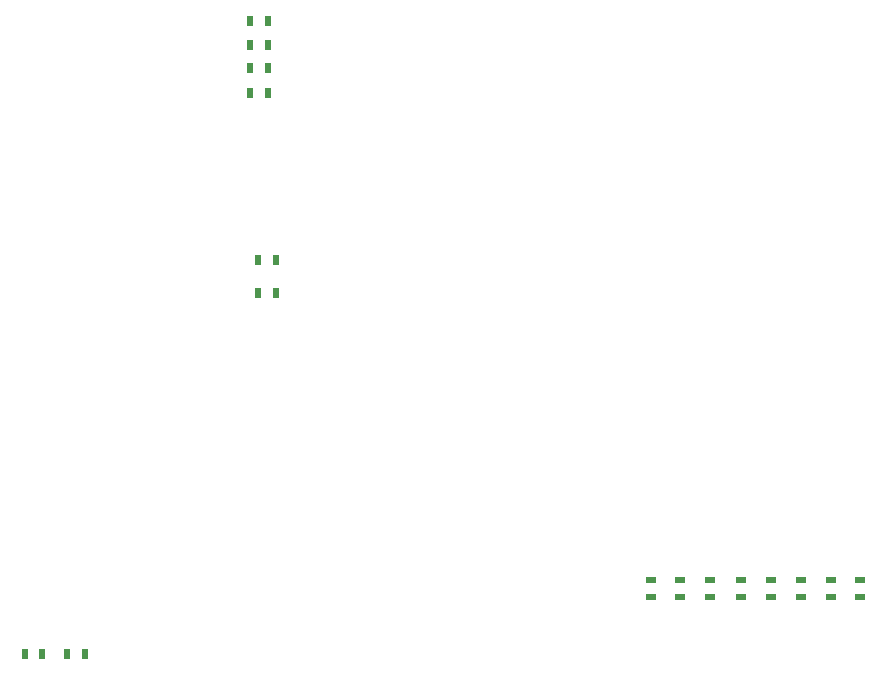
<source format=gtp>
G04 #@! TF.GenerationSoftware,KiCad,Pcbnew,(5.1.10)-1*
G04 #@! TF.CreationDate,2022-04-17T04:08:04-07:00*
G04 #@! TF.ProjectId,DevelopmentBoard,44657665-6c6f-4706-9d65-6e74426f6172,rev?*
G04 #@! TF.SameCoordinates,Original*
G04 #@! TF.FileFunction,Paste,Top*
G04 #@! TF.FilePolarity,Positive*
%FSLAX46Y46*%
G04 Gerber Fmt 4.6, Leading zero omitted, Abs format (unit mm)*
G04 Created by KiCad (PCBNEW (5.1.10)-1) date 2022-04-17 04:08:04*
%MOMM*%
%LPD*%
G01*
G04 APERTURE LIST*
%ADD10R,0.600000X0.900000*%
%ADD11R,0.900000X0.600000*%
G04 APERTURE END LIST*
D10*
X150166000Y-137006000D03*
X151666000Y-137006000D03*
X167816000Y-106506000D03*
X166316000Y-106506000D03*
X146566000Y-137006000D03*
X148066000Y-137006000D03*
X166316000Y-103716000D03*
X167816000Y-103716000D03*
D11*
X217316000Y-132244420D03*
X217316000Y-130744420D03*
X214816000Y-130750200D03*
X214816000Y-132250200D03*
X212266000Y-132242580D03*
X212266000Y-130742580D03*
X209716000Y-130736800D03*
X209716000Y-132236800D03*
X207216000Y-132234960D03*
X207216000Y-130734960D03*
X204616000Y-130734960D03*
X204616000Y-132234960D03*
X202066000Y-132247660D03*
X202066000Y-130747660D03*
X199566000Y-132256000D03*
X199566000Y-130756000D03*
D10*
X167156000Y-83456000D03*
X165656000Y-83456000D03*
X165668000Y-89504500D03*
X167168000Y-89504500D03*
X165666000Y-87446000D03*
X167166000Y-87446000D03*
X167168000Y-85440500D03*
X165668000Y-85440500D03*
M02*

</source>
